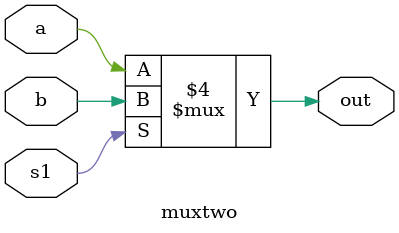
<source format=v>
`timescale 1ns / 1ps
module muxtwo(
    input a,
    input b,
    input s1,
    output reg out
    );
		 always @(s1 or a or b)
			if (!s1)
				out=a;
			else
				out=b;


endmodule



</source>
